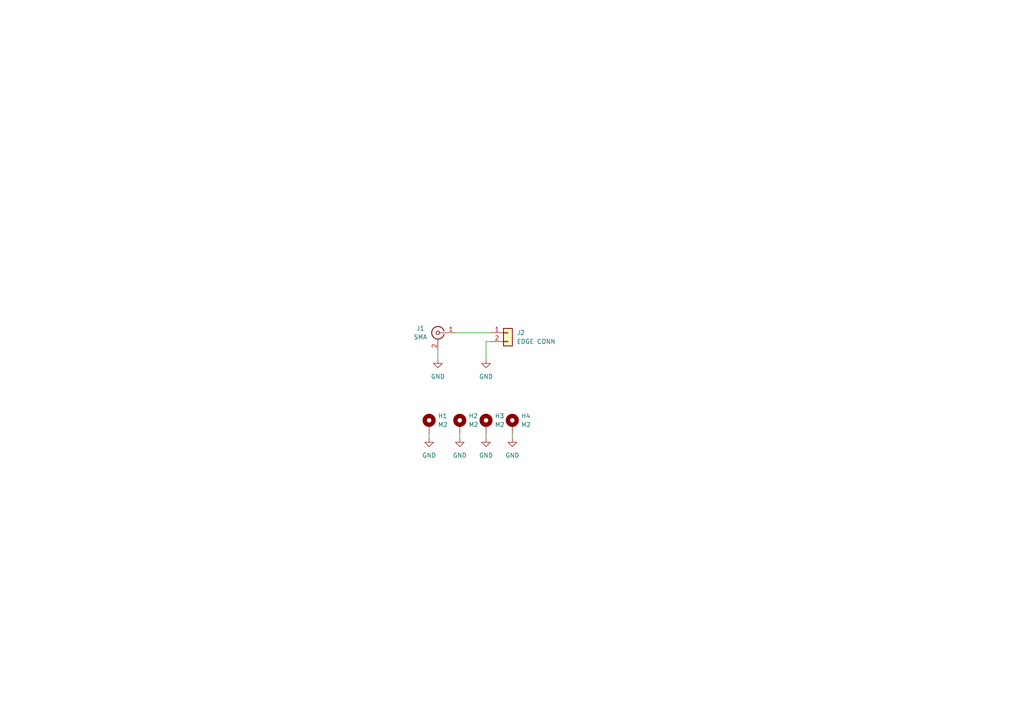
<source format=kicad_sch>
(kicad_sch (version 20211123) (generator eeschema)
  (paper "A4")
  (lib_symbols
    (symbol "Connector:Conn_Coaxial" (pin_names (offset 1.016) hide)
      (property "Reference" "J" (at 0.254 3.048 0))
      (property "Value" "Conn_Coaxial" (at 2.921 0 90))
      (symbol "Conn_Coaxial_0_1"
        (arc (start -1.778 -0.508) (mid 0.222 -1.808) (end 1.778 0) (stroke (width 0.254)))
        (polyline (pts (xy -2.54 0) (xy -0.508 0)))
        (polyline (pts (xy 0 -2.54) (xy 0 -1.778)))
        (circle (center 0 0) (radius 0.508) (stroke (width 0.2032)))
        (arc (start 1.778 0) (mid 0.2221 1.8083) (end -1.778 0.508) (stroke (width 0.254)))
      )
      (symbol "Conn_Coaxial_1_1"
        (pin passive line (at -5.08 0 0) (length 2.54) (name "In") (number "1"))
        (pin passive line (at 0 -5.08 90) (length 2.54) (name "Ext") (number "2"))
      )
    )
    (symbol "Connector_Generic:Conn_01x02" (pin_names (offset 1.016) hide)
      (property "Reference" "J" (at 0 2.54 0))
      (property "Value" "Conn_01x02" (at 0 -5.08 0))
      (symbol "Conn_01x02_1_1"
        (rectangle (start -1.27 -2.413) (end 0 -2.667) (stroke (width 0.1524)))
        (rectangle (start -1.27 0.127) (end 0 -0.127) (stroke (width 0.1524)))
        (rectangle (start -1.27 1.27) (end 1.27 -3.81) (stroke (width 0.254)) (fill (type background)))
        (pin passive line (at -5.08 0 0) (length 3.81) (name "Pin_1") (number "1"))
        (pin passive line (at -5.08 -2.54 0) (length 3.81) (name "Pin_2") (number "2"))
      )
    )
    (symbol "Mechanical:MountingHole_Pad" (pin_numbers hide) (pin_names (offset 1.016) hide)
      (property "Reference" "H" (at 0 6.35 0))
      (property "Value" "MountingHole_Pad" (at 0 4.445 0))
      (symbol "MountingHole_Pad_0_1"
        (circle (center 0 1.27) (radius 1.27) (stroke (width 1.27)))
      )
      (symbol "MountingHole_Pad_1_1"
        (pin input line (at 0 -2.54 90) (length 2.54) (name "1") (number "1"))
      )
    )
    (symbol "power:GND" (power) (pin_names (offset 0))
      (property "Value" "GND" (at 0 -3.81 0))
      (symbol "GND_0_1"
        (polyline (pts (xy 0 0) (xy 0 -1.27) (xy 1.27 -1.27) (xy 0 -2.54) (xy -1.27 -1.27) (xy 0 -1.27)))
      )
      (symbol "GND_1_1"
        (pin power_in line (at 0 0 270) (length 0) hide (name "GND") (number "1"))
      )
    )
  )
  (wire (pts (xy 124.46 125.73) (xy 124.46 127)))
  (wire (pts (xy 140.97 99.06) (xy 140.97 104.14)))
  (wire (pts (xy 132.08 96.52) (xy 142.24 96.52)))
  (wire (pts (xy 127 101.6) (xy 127 104.14)))
  (wire (pts (xy 142.24 99.06) (xy 140.97 99.06)))
  (wire (pts (xy 148.59 125.73) (xy 148.59 127)))
  (wire (pts (xy 133.35 125.73) (xy 133.35 127)))
  (wire (pts (xy 140.97 125.73) (xy 140.97 127)))
  (symbol (lib_id "power:GND") (at 124.46 127 0) (unit 1)
    (property "Reference" "#PWR03" (effects hide))
    (property "Value" "GND" (at 124.46 132.08 0))
  )
  (symbol (lib_id "power:GND") (at 127 104.14 0) (unit 1)
    (property "Reference" "#PWR01" (effects hide))
    (property "Value" "GND" (at 127 109.22 0))
  )
  (symbol (lib_id "power:GND") (at 140.97 127 0) (unit 1)
    (property "Reference" "#PWR05" (effects hide))
    (property "Value" "GND" (at 140.97 132.08 0))
  )
  (symbol (lib_id "power:GND") (at 133.35 127 0) (unit 1)
    (property "Reference" "#PWR04" (effects hide))
    (property "Value" "GND" (at 133.35 132.08 0))
  )
  (symbol (lib_id "Connector:Conn_Coaxial") (at 127 96.52 0) (mirror y) (unit 1)
    (property "Reference" "J1" (at 121.92 95.25 0))
    (property "Value" "SMA" (at 121.92 97.79 0))
    (property "Footprint" "Connector_Coaxial:SMA_Amphenol_132134-10_Vertical" (effects hide))
    (property "Datasheet" " ~" (effects hide))
  )
  (symbol (lib_id "Mechanical:MountingHole_Pad") (at 124.46 123.19 0) (unit 1)
    (property "Reference" "H1" (at 127 120.6499 0) (effects (justify left)))
    (property "Value" "M2" (at 127 123.1899 0) (effects (justify left)))
    (property "Footprint" "modular-rf-bench-footprints:M2-hole" (effects hide))
  )
  (symbol (lib_id "Mechanical:MountingHole_Pad") (at 148.59 123.19 0) (unit 1)
    (property "Reference" "H4" (at 151.13 120.6499 0) (effects (justify left)))
    (property "Value" "M2" (at 151.13 123.1899 0) (effects (justify left)))
    (property "Footprint" "modular-rf-bench-footprints:M2-hole" (effects hide))
  )
  (symbol (lib_id "power:GND") (at 140.97 104.14 0) (unit 1)
    (property "Reference" "#PWR02" (effects hide))
    (property "Value" "GND" (at 140.97 109.22 0))
  )
  (symbol (lib_id "Connector_Generic:Conn_01x02") (at 147.32 96.52 0) (unit 1)
    (property "Reference" "J2" (at 149.86 96.5199 0) (effects (justify left)))
    (property "Value" "EDGE CONN" (at 149.86 99.0599 0) (effects (justify left)))
    (property "Footprint" "modular-rf-bench-footprints:edge-connector" (effects hide))
  )
  (symbol (lib_id "power:GND") (at 148.59 127 0) (unit 1)
    (property "Reference" "#PWR06" (effects hide))
    (property "Value" "GND" (at 148.59 132.08 0))
  )
  (symbol (lib_id "Mechanical:MountingHole_Pad") (at 140.97 123.19 0) (unit 1)
    (property "Reference" "H3" (at 143.51 120.6499 0) (effects (justify left)))
    (property "Value" "M2" (at 143.51 123.1899 0) (effects (justify left)))
    (property "Footprint" "modular-rf-bench-footprints:M2-hole" (effects hide))
  )
  (symbol (lib_id "Mechanical:MountingHole_Pad") (at 133.35 123.19 0) (unit 1)
    (property "Reference" "H2" (at 135.89 120.6499 0) (effects (justify left)))
    (property "Value" "M2" (at 135.89 123.1899 0) (effects (justify left)))
    (property "Footprint" "modular-rf-bench-footprints:M2-hole" (effects hide))
  )
)
</source>
